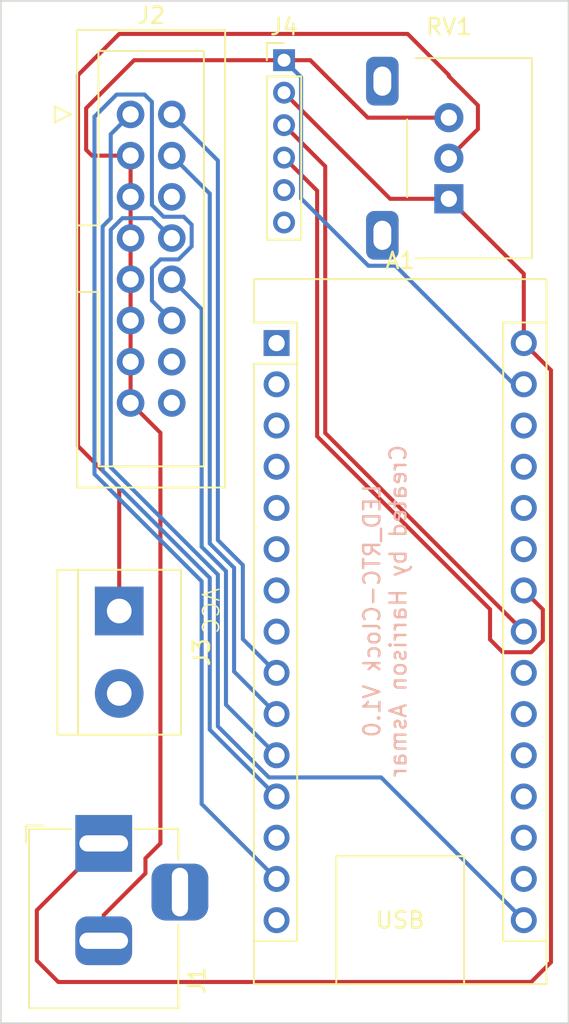
<source format=kicad_pcb>
(kicad_pcb (version 20221018) (generator pcbnew)
  (layers (0 "F.Cu" signal) (31 "B.Cu" signal) (34 "B.Paste" user) (35 "F.Paste" user) (36 "B.SilkS" user "B.Silkscreen") (37 "F.SilkS" user "F.Silkscreen") (38 "B.Mask" user) (39 "F.Mask" user) (44 "Edge.Cuts" user))
  (net 0 "")
  (net 9 "Net-(A1-D6)")
  (net 10 "Net-(A1-D7)")
  (net 11 "Net-(A1-D8)")
  (net 12 "Net-(A1-D9)")
  (net 14 "Net-(A1-D11)")
  (net 16 "Net-(A1-D13)")
  (net 23 "Net-(A1-A4)")
  (net 24 "Net-(A1-A5)")
  (net 32 "Net-(A1-VIN)")
  (net 33 "Net-(J2-A)")
  (net 36 "Net-(J3-Pin_1)")
  (footprint "Connector_PinHeader_2.00mm:PinHeader_1x06_P2.00mm_Vertical" (layer "F.Cu") (at 124.46 67.66)
    (fp_text reference "J4" (at 0 -2.06) (layer "F.SilkS"))
    (fp_text value "RTC")
    (fp_line (start -1.06 -1.06) (end 0 -1.06) (stroke (width 0.12)) (layer "F.SilkS"))
    (fp_line (start -1.06 0) (end -1.06 -1.06) (stroke (width 0.12)) (layer "F.SilkS"))
    (fp_line (start -1.06 1) (end -1.06 11.06) (stroke (width 0.12)) (layer "F.SilkS"))
    (fp_line (start -1.06 1) (end 1.06 1) (stroke (width 0.12)) (layer "F.SilkS"))
    (fp_line (start -1.06 11.06) (end 1.06 11.06) (stroke (width 0.12)) (layer "F.SilkS"))
    (fp_line (start 1.06 1) (end 1.06 11.06) (stroke (width 0.12)) (layer "F.SilkS"))
    (pad "1" thru_hole rect (at 0 0) (size 1.35 1.35) (drill 0.8) (layers "*.Cu" "*.Mask") (net 33 "Net-(J2-A)"))
    (pad "2" thru_hole oval (at 0 2) (size 1.35 1.35) (drill 0.8) (layers "*.Cu" "*.Mask") (net 32 "Net-(A1-VIN)"))
    (pad "3" thru_hole oval (at 0 4) (size 1.35 1.35) (drill 0.8) (layers "*.Cu" "*.Mask") (net 23 "Net-(A1-A4)"))
    (pad "4" thru_hole oval (at 0 6) (size 1.35 1.35) (drill 0.8) (layers "*.Cu" "*.Mask") (net 24 "Net-(A1-A5)"))
    (pad "5" thru_hole oval (at 0 8) (size 1.35 1.35) (drill 0.8) (layers "*.Cu" "*.Mask"))
    (pad "6" thru_hole oval (at 0 10) (size 1.35 1.35) (drill 0.8) (layers "*.Cu" "*.Mask"))
  )
  (footprint "Connector_BarrelJack:BarrelJack_Horizontal" (layer "F.Cu") (at 113.3425 115.92 90)
    (fp_text reference "J1" (at -8.45 5.75 90) (layer "F.SilkS"))
    (fp_text value "Jack_DC_5V")
    (fp_line (start -10.16 -4.6) (end 0.9 -4.6) (stroke (width 0.12)) (layer "F.SilkS"))
    (fp_line (start -10.16 4.6) (end -10.16 -4.6) (stroke (width 0.1)) (layer "F.SilkS"))
    (fp_line (start -5 4.6) (end -10.16 4.6) (stroke (width 0.12)) (layer "F.SilkS"))
    (fp_line (start 0.05 -4.8) (end 1.1 -4.8) (stroke (width 0.12)) (layer "F.SilkS"))
    (fp_line (start 0.9 -4.6) (end 0.9 -2) (stroke (width 0.12)) (layer "F.SilkS"))
    (fp_line (start 0.9 1.9) (end 0.9 4.6) (stroke (width 0.12)) (layer "F.SilkS"))
    (fp_line (start 0.9 4.6) (end -1 4.6) (stroke (width 0.12)) (layer "F.SilkS"))
    (fp_line (start 1.1 -3.75) (end 1.1 -4.8) (stroke (width 0.12)) (layer "F.SilkS"))
    (pad "1" thru_hole rect (at 0 0 90) (size 3.5 3.5) (drill oval 1 3) (layers "*.Cu" "*.Mask") (net 32 "Net-(A1-VIN)"))
    (pad "2" thru_hole roundrect (at -6 0 90) (size 3 3.5) (drill oval 1 3) (layers "*.Cu" "*.Mask") (net 33 "Net-(J2-A)"))
    (pad "3" thru_hole roundrect (at -3 4.7 90) (size 3.5 3.5) (drill oval 3 1) (layers "*.Cu" "*.Mask"))
  )
  (footprint "TerminalBlock:TerminalBlock_bornier-2_P5.08mm" (layer "F.Cu") (at 114.3 101.6 -90)
    (fp_text reference "J3" (at 2.54 -5.08 90) (layer "F.SilkS"))
    (fp_text value "LED_DC")
    (fp_text user "VCC" (at -1.5 -5 -90 unlocked) (layer "F.SilkS") (effects (font (thickness 0.1)) (justify left bottom)))
    (fp_line (start -2.54 -3.81) (end -2.54 3.81) (stroke (width 0.12)) (layer "F.SilkS"))
    (fp_line (start -2.54 3.81) (end 7.62 3.81) (stroke (width 0.12)) (layer "F.SilkS"))
    (fp_line (start 7.62 -3.81) (end -2.54 -3.81) (stroke (width 0.12)) (layer "F.SilkS"))
    (fp_line (start 7.62 2.54) (end -2.54 2.54) (stroke (width 0.12)) (layer "F.SilkS"))
    (fp_line (start 7.62 3.81) (end 7.62 -3.81) (stroke (width 0.12)) (layer "F.SilkS"))
    (pad "1" thru_hole rect (at 0 0 270) (size 3 3) (drill 1.52) (layers "*.Cu" "*.Mask") (net 36 "Net-(J3-Pin_1)"))
    (pad "2" thru_hole circle (at 5.08 0 270) (size 3 3) (drill 1.52) (layers "*.Cu" "*.Mask"))
  )
  (footprint "Potentiometer_THT:Potentiometer_Alps_RK09L_Single_Horizontal" (layer "F.Cu") (at 134.62 76.2 180)
    (fp_text reference "RV1" (at 0 10.6) (layer "F.SilkS"))
    (fp_text value "R_Potentiometer")
    (fp_line (start -5.12 8.67) (end -5.12 -3.67) (stroke (width 0.12)) (layer "F.SilkS"))
    (fp_line (start 2.059 -3.67) (end -5.12 -3.67) (stroke (width 0.12)) (layer "F.SilkS"))
    (fp_line (start 2.059 8.67) (end -5.12 8.67) (stroke (width 0.12)) (layer "F.SilkS"))
    (fp_line (start 2.571 4.894) (end 2.571 0.105) (stroke (width 0.12)) (layer "F.SilkS"))
    (pad "1" thru_hole rect (at 0 0) (size 1.8 1.8) (drill 1) (layers "*.Cu" "*.Mask") (net 32 "Net-(A1-VIN)"))
    (pad "2" thru_hole circle (at 0 2.5) (size 1.8 1.8) (drill 1) (layers "*.Cu" "*.Mask") (net 36 "Net-(J3-Pin_1)"))
    (pad "3" thru_hole circle (at 0 5) (size 1.8 1.8) (drill 1) (layers "*.Cu" "*.Mask") (net 33 "Net-(J2-A)"))
    (pad "MP" thru_hole roundrect (at 4.1 -2.25 90) (size 3 2) (drill oval 1.8 1.1) (layers "*.Cu" "*.Mask"))
    (pad "MP" thru_hole roundrect (at 4.1 7.25 90) (size 3 2) (drill oval 1.8 1.1) (layers "*.Cu" "*.Mask"))
  )
  (footprint "Module:Arduino_Nano" (layer "F.Cu") (at 124 85.09)
    (fp_text reference "A1" (at 7.62 -5.08) (layer "F.SilkS"))
    (fp_text value "Arduino_Nano")
    (fp_text user "USB" (at 7.62 35.56 unlocked) (layer "F.SilkS"))
    (fp_line (start -1.4 -3.94) (end -1.4 -1.27) (stroke (width 0.12)) (layer "F.SilkS"))
    (fp_line (start -1.4 1.27) (end -1.4 39.5) (stroke (width 0.12)) (layer "F.SilkS"))
    (fp_line (start -1.4 39.5) (end 3.68 39.5) (stroke (width 0.12)) (layer "F.SilkS"))
    (fp_line (start 1.27 -1.27) (end -1.4 -1.27) (stroke (width 0.12)) (layer "F.SilkS"))
    (fp_line (start 1.27 1.27) (end -1.4 1.27) (stroke (width 0.12)) (layer "F.SilkS"))
    (fp_line (start 1.27 1.27) (end 1.27 -1.27) (stroke (width 0.12)) (layer "F.SilkS"))
    (fp_line (start 1.27 1.27) (end 1.27 36.83) (stroke (width 0.12)) (layer "F.SilkS"))
    (fp_line (start 1.27 36.83) (end -1.4 36.83) (stroke (width 0.12)) (layer "F.SilkS"))
    (fp_line (start 3.68 31.62) (end 11.56 31.62) (stroke (width 0.12)) (layer "F.SilkS"))
    (fp_line (start 3.68 39.5) (end 3.68 31.62) (stroke (width 0.12)) (layer "F.SilkS"))
    (fp_line (start 11.56 31.62) (end 11.56 39.5) (stroke (width 0.12)) (layer "F.SilkS"))
    (fp_line (start 11.56 39.5) (end 3.68 39.5) (stroke (width 0.12)) (layer "F.SilkS"))
    (fp_line (start 13.97 -1.27) (end 13.97 36.83) (stroke (width 0.12)) (layer "F.SilkS"))
    (fp_line (start 13.97 -1.27) (end 16.64 -1.27) (stroke (width 0.12)) (layer "F.SilkS"))
    (fp_line (start 13.97 36.83) (end 16.64 36.83) (stroke (width 0.12)) (layer "F.SilkS"))
    (fp_line (start 16.64 -3.94) (end -1.4 -3.94) (stroke (width 0.12)) (layer "F.SilkS"))
    (fp_line (start 16.64 39.5) (end 11.56 39.5) (stroke (width 0.12)) (layer "F.SilkS"))
    (fp_line (start 16.64 39.5) (end 16.64 -3.94) (stroke (width 0.12)) (layer "F.SilkS"))
    (pad "1" thru_hole rect (at 0 0) (size 1.6 1.6) (drill 1) (layers "*.Cu" "*.Mask"))
    (pad "2" thru_hole oval (at 0 2.54) (size 1.6 1.6) (drill 1) (layers "*.Cu" "*.Mask"))
    (pad "3" thru_hole oval (at 0 5.08) (size 1.6 1.6) (drill 1) (layers "*.Cu" "*.Mask"))
    (pad "4" thru_hole oval (at 0 7.62) (size 1.6 1.6) (drill 1) (layers "*.Cu" "*.Mask"))
    (pad "5" thru_hole oval (at 0 10.16) (size 1.6 1.6) (drill 1) (layers "*.Cu" "*.Mask"))
    (pad "6" thru_hole oval (at 0 12.7) (size 1.6 1.6) (drill 1) (layers "*.Cu" "*.Mask"))
    (pad "7" thru_hole oval (at 0 15.24) (size 1.6 1.6) (drill 1) (layers "*.Cu" "*.Mask"))
    (pad "8" thru_hole oval (at 0 17.78) (size 1.6 1.6) (drill 1) (layers "*.Cu" "*.Mask"))
    (pad "9" thru_hole oval (at 0 20.32) (size 1.6 1.6) (drill 1) (layers "*.Cu" "*.Mask") (net 9 "Net-(A1-D6)"))
    (pad "10" thru_hole oval (at 0 22.86) (size 1.6 1.6) (drill 1) (layers "*.Cu" "*.Mask") (net 10 "Net-(A1-D7)"))
    (pad "11" thru_hole oval (at 0 25.4) (size 1.6 1.6) (drill 1) (layers "*.Cu" "*.Mask") (net 11 "Net-(A1-D8)"))
    (pad "12" thru_hole oval (at 0 27.94) (size 1.6 1.6) (drill 1) (layers "*.Cu" "*.Mask") (net 12 "Net-(A1-D9)"))
    (pad "13" thru_hole oval (at 0 30.48) (size 1.6 1.6) (drill 1) (layers "*.Cu" "*.Mask"))
    (pad "14" thru_hole oval (at 0 33.02) (size 1.6 1.6) (drill 1) (layers "*.Cu" "*.Mask") (net 14 "Net-(A1-D11)"))
    (pad "15" thru_hole oval (at 0 35.56) (size 1.6 1.6) (drill 1) (layers "*.Cu" "*.Mask"))
    (pad "16" thru_hole oval (at 15.24 35.56) (size 1.6 1.6) (drill 1) (layers "*.Cu" "*.Mask") (net 16 "Net-(A1-D13)"))
    (pad "17" thru_hole oval (at 15.24 33.02) (size 1.6 1.6) (drill 1) (layers "*.Cu" "*.Mask"))
    (pad "18" thru_hole oval (at 15.24 30.48) (size 1.6 1.6) (drill 1) (layers "*.Cu" "*.Mask"))
    (pad "19" thru_hole oval (at 15.24 27.94) (size 1.6 1.6) (drill 1) (layers "*.Cu" "*.Mask"))
    (pad "20" thru_hole oval (at 15.24 25.4) (size 1.6 1.6) (drill 1) (layers "*.Cu" "*.Mask"))
    (pad "21" thru_hole oval (at 15.24 22.86) (size 1.6 1.6) (drill 1) (layers "*.Cu" "*.Mask"))
    (pad "22" thru_hole oval (at 15.24 20.32) (size 1.6 1.6) (drill 1) (layers "*.Cu" "*.Mask"))
    (pad "23" thru_hole oval (at 15.24 17.78) (size 1.6 1.6) (drill 1) (layers "*.Cu" "*.Mask") (net 23 "Net-(A1-A4)"))
    (pad "24" thru_hole oval (at 15.24 15.24) (size 1.6 1.6) (drill 1) (layers "*.Cu" "*.Mask") (net 24 "Net-(A1-A5)"))
    (pad "25" thru_hole oval (at 15.24 12.7) (size 1.6 1.6) (drill 1) (layers "*.Cu" "*.Mask"))
    (pad "26" thru_hole oval (at 15.24 10.16) (size 1.6 1.6) (drill 1) (layers "*.Cu" "*.Mask"))
    (pad "27" thru_hole oval (at 15.24 7.62) (size 1.6 1.6) (drill 1) (layers "*.Cu" "*.Mask"))
    (pad "28" thru_hole oval (at 15.24 5.08) (size 1.6 1.6) (drill 1) (layers "*.Cu" "*.Mask"))
    (pad "29" thru_hole oval (at 15.24 2.54) (size 1.6 1.6) (drill 1) (layers "*.Cu" "*.Mask") (net 33 "Net-(J2-A)"))
    (pad "30" thru_hole oval (at 15.24 0) (size 1.6 1.6) (drill 1) (layers "*.Cu" "*.Mask") (net 32 "Net-(A1-VIN)"))
  )
  (footprint "Connector_IDC:IDC-Header_2x08_P2.54mm_Vertical" (layer "F.Cu") (at 115 71)
    (fp_text reference "J2" (at 1.27 -6.1) (layer "F.SilkS"))
    (fp_text value "LED_Matrix")
    (fp_line (start -4.68 -0.5) (end -4.68 0.5) (stroke (width 0.12)) (layer "F.SilkS"))
    (fp_line (start -4.68 0.5) (end -3.68 0) (stroke (width 0.12)) (layer "F.SilkS"))
    (fp_line (start -3.68 0) (end -4.68 -0.5) (stroke (width 0.12)) (layer "F.SilkS"))
    (fp_line (start -3.29 -5.21) (end 5.83 -5.21) (stroke (width 0.12)) (layer "F.SilkS"))
    (fp_line (start -3.29 6.84) (end -1.98 6.84) (stroke (width 0.12)) (layer "F.SilkS"))
    (fp_line (start -3.29 22.99) (end -3.29 -5.21) (stroke (width 0.12)) (layer "F.SilkS"))
    (fp_line (start -1.98 -3.91) (end 4.52 -3.91) (stroke (width 0.12)) (layer "F.SilkS"))
    (fp_line (start -1.98 6.84) (end -1.98 -3.91) (stroke (width 0.12)) (layer "F.SilkS"))
    (fp_line (start -1.98 10.94) (end -3.29 10.94) (stroke (width 0.12)) (layer "F.SilkS"))
    (fp_line (start -1.98 10.94) (end -1.98 10.94) (stroke (width 0.12)) (layer "F.SilkS"))
    (fp_line (start -1.98 21.69) (end -1.98 10.94) (stroke (width 0.12)) (layer "F.SilkS"))
    (fp_line (start 4.52 -3.91) (end 4.52 21.69) (stroke (width 0.12)) (layer "F.SilkS"))
    (fp_line (start 4.52 21.69) (end -1.98 21.69) (stroke (width 0.12)) (layer "F.SilkS"))
    (fp_line (start 5.83 -5.21) (end 5.83 22.99) (stroke (width 0.12)) (layer "F.SilkS"))
    (fp_line (start 5.83 22.99) (end -3.29 22.99) (stroke (width 0.12)) (layer "F.SilkS"))
    (pad "1" thru_hole circle (at 0 0) (size 1.7 1.7) (drill 1) (layers "*.Cu" "*.Mask") (net 12 "Net-(A1-D9)"))
    (pad "2" thru_hole circle (at 2.54 0) (size 1.7 1.7) (drill 1) (layers "*.Cu" "*.Mask") (net 9 "Net-(A1-D6)"))
    (pad "3" thru_hole circle (at 0 2.54) (size 1.7 1.7) (drill 1) (layers "*.Cu" "*.Mask") (net 33 "Net-(J2-A)"))
    (pad "4" thru_hole circle (at 2.54 2.54) (size 1.7 1.7) (drill 1) (layers "*.Cu" "*.Mask") (net 10 "Net-(A1-D7)"))
    (pad "5" thru_hole circle (at 0 5.08) (size 1.7 1.7) (drill 1) (layers "*.Cu" "*.Mask") (net 33 "Net-(J2-A)"))
    (pad "6" thru_hole circle (at 2.54 5.08) (size 1.7 1.7) (drill 1) (layers "*.Cu" "*.Mask"))
    (pad "7" thru_hole circle (at 0 7.62) (size 1.7 1.7) (drill 1) (layers "*.Cu" "*.Mask") (net 33 "Net-(J2-A)"))
    (pad "8" thru_hole circle (at 2.54 7.62) (size 1.7 1.7) (drill 1) (layers "*.Cu" "*.Mask") (net 16 "Net-(A1-D13)"))
    (pad "9" thru_hole circle (at 0 10.16) (size 1.7 1.7) (drill 1) (layers "*.Cu" "*.Mask") (net 33 "Net-(J2-A)"))
    (pad "10" thru_hole circle (at 2.54 10.16) (size 1.7 1.7) (drill 1) (layers "*.Cu" "*.Mask") (net 11 "Net-(A1-D8)"))
    (pad "11" thru_hole circle (at 0 12.7) (size 1.7 1.7) (drill 1) (layers "*.Cu" "*.Mask") (net 33 "Net-(J2-A)"))
    (pad "12" thru_hole circle (at 2.54 12.7) (size 1.7 1.7) (drill 1) (layers "*.Cu" "*.Mask") (net 14 "Net-(A1-D11)"))
    (pad "13" thru_hole circle (at 0 15.24) (size 1.7 1.7) (drill 1) (layers "*.Cu" "*.Mask") (net 33 "Net-(J2-A)"))
    (pad "14" thru_hole circle (at 2.54 15.24) (size 1.7 1.7) (drill 1) (layers "*.Cu" "*.Mask"))
    (pad "15" thru_hole circle (at 0 17.78) (size 1.7 1.7) (drill 1) (layers "*.Cu" "*.Mask") (net 33 "Net-(J2-A)"))
    (pad "16" thru_hole circle (at 2.54 17.78) (size 1.7 1.7) (drill 1) (layers "*.Cu" "*.Mask"))
  )
  (gr_rect (start 107 64) (end 142 127) (stroke (width 0.1)) (fill none) (layer "Edge.Cuts"))
  (gr_text "LED_RTC-Clock V1.0\nCreated by Harrison Asmar" (at 132.08 101.6 90) (layer "B.SilkS") (effects (font (size 1 1)) (justify bottom mirror)))
  (segment (start 121.92 103.33) (end 124 105.41) (width 0.25) (layer "B.Cu") (net 9))
  (segment (start 120.38 97.231576) (end 121.92 98.771576) (width 0.25) (layer "B.Cu") (net 9))
  (segment (start 120.38 73.84) (end 120.38 97.231576) (width 0.25) (layer "B.Cu") (net 9))
  (segment (start 121.92 98.771576) (end 121.92 103.33) (width 0.25) (layer "B.Cu") (net 9))
  (segment (start 117.54 71) (end 120.38 73.84) (width 0.25) (layer "B.Cu") (net 9))
  (segment (start 117.54 73.54) (end 119.88 75.88) (width 0.25) (layer "B.Cu") (net 10))
  (segment (start 121.38 105.33) (end 124 107.95) (width 0.25) (layer "B.Cu") (net 10))
  (segment (start 119.88 97.438682) (end 121.38 98.938682) (width 0.25) (layer "B.Cu") (net 10))
  (segment (start 119.88 75.88) (end 119.88 97.438682) (width 0.25) (layer "B.Cu") (net 10))
  (segment (start 121.38 98.938682) (end 121.38 105.33) (width 0.25) (layer "B.Cu") (net 10))
  (segment (start 117.54 81.16) (end 119.38 83) (width 0.25) (layer "B.Cu") (net 11))
  (segment (start 120.88 107.37) (end 124 110.49) (width 0.25) (layer "B.Cu") (net 11))
  (segment (start 119.38 83) (end 119.38 97.645788) (width 0.25) (layer "B.Cu") (net 11))
  (segment (start 119.38 97.645788) (end 120.88 99.145788) (width 0.25) (layer "B.Cu") (net 11))
  (segment (start 120.88 99.145788) (end 120.88 107.37) (width 0.25) (layer "B.Cu") (net 11))
  (segment (start 113.275 77.905482) (end 113.275 92.955001) (width 0.25) (layer "B.Cu") (net 12))
  (segment (start 113.275 92.955001) (end 119.88 99.560001) (width 0.25) (layer "B.Cu") (net 12))
  (segment (start 119.88 99.560001) (end 119.88 108.91) (width 0.25) (layer "B.Cu") (net 12))
  (segment (start 113.775 77.405482) (end 113.275 77.905482) (width 0.25) (layer "B.Cu") (net 12))
  (segment (start 113.775 72.225) (end 113.775 77.405482) (width 0.25) (layer "B.Cu") (net 12))
  (segment (start 115 71) (end 113.775 72.225) (width 0.25) (layer "B.Cu") (net 12))
  (segment (start 119.88 108.91) (end 124 113.03) (width 0.25) (layer "B.Cu") (net 12))
  (segment (start 112.775 93.162107) (end 119.38 99.767107) (width 0.25) (layer "B.Cu") (net 14))
  (segment (start 116.84 79.935) (end 117.957412 79.935) (width 0.25) (layer "B.Cu") (net 14))
  (segment (start 115.858883 69.775) (end 114.141117 69.775) (width 0.25) (layer "B.Cu") (net 14))
  (segment (start 114.141117 69.775) (end 112.775 71.141117) (width 0.25) (layer "B.Cu") (net 14))
  (segment (start 118.765 77.795) (end 118.275 77.305) (width 0.25) (layer "B.Cu") (net 14))
  (segment (start 117.54 83.7) (end 116.315 82.475) (width 0.25) (layer "B.Cu") (net 14))
  (segment (start 116.315 76.587412) (end 116.315 70.231117) (width 0.25) (layer "B.Cu") (net 14))
  (segment (start 119.38 99.767107) (end 119.38 113.49) (width 0.25) (layer "B.Cu") (net 14))
  (segment (start 119.38 113.49) (end 124 118.11) (width 0.25) (layer "B.Cu") (net 14))
  (segment (start 112.775 71.141117) (end 112.775 93.162107) (width 0.25) (layer "B.Cu") (net 14))
  (segment (start 116.315 82.475) (end 116.315 80.46) (width 0.25) (layer "B.Cu") (net 14))
  (segment (start 117.957412 79.935) (end 118.765 79.127412) (width 0.25) (layer "B.Cu") (net 14))
  (segment (start 118.765 79.127412) (end 118.765 77.795) (width 0.25) (layer "B.Cu") (net 14))
  (segment (start 117.032588 77.305) (end 116.315 76.587412) (width 0.25) (layer "B.Cu") (net 14))
  (segment (start 116.315 80.46) (end 116.84 79.935) (width 0.25) (layer "B.Cu") (net 14))
  (segment (start 116.315 70.231117) (end 115.858883 69.775) (width 0.25) (layer "B.Cu") (net 14))
  (segment (start 118.275 77.305) (end 117.032588 77.305) (width 0.25) (layer "B.Cu") (net 14))
  (segment (start 113.775 92.747894) (end 113.775 78.112588) (width 0.25) (layer "B.Cu") (net 16))
  (segment (start 120.38 108.702894) (end 120.38 99.352894) (width 0.25) (layer "B.Cu") (net 16))
  (segment (start 114.492588 77.395) (end 116.315 77.395) (width 0.25) (layer "B.Cu") (net 16))
  (segment (start 139.24 120.65) (end 130.445 111.855) (width 0.25) (layer "B.Cu") (net 16))
  (segment (start 123.532106 111.855) (end 120.38 108.702894) (width 0.25) (layer "B.Cu") (net 16))
  (segment (start 130.445 111.855) (end 123.532106 111.855) (width 0.25) (layer "B.Cu") (net 16))
  (segment (start 113.775 78.112588) (end 114.492588 77.395) (width 0.25) (layer "B.Cu") (net 16))
  (segment (start 116.315 77.395) (end 117.54 78.62) (width 0.25) (layer "B.Cu") (net 16))
  (segment (start 120.38 99.352894) (end 113.775 92.747894) (width 0.25) (layer "B.Cu") (net 16))
  (segment (start 127 74.2) (end 124.46 71.66) (width 0.25) (layer "F.Cu") (net 23))
  (segment (start 127 90.63) (end 127 74.2) (width 0.25) (layer "F.Cu") (net 23))
  (segment (start 139.24 102.87) (end 127 90.63) (width 0.25) (layer "F.Cu") (net 23))
  (segment (start 137.943299 104.14) (end 137.16 103.356701) (width 0.25) (layer "F.Cu") (net 24))
  (segment (start 126.5 75.7) (end 124.46 73.66) (width 0.25) (layer "F.Cu") (net 24))
  (segment (start 140.415 103.425) (end 139.7 104.14) (width 0.25) (layer "F.Cu") (net 24))
  (segment (start 137.16 101.497106) (end 126.5 90.837106) (width 0.25) (layer "F.Cu") (net 24))
  (segment (start 137.16 103.356701) (end 137.16 101.497106) (width 0.25) (layer "F.Cu") (net 24))
  (segment (start 126.5 90.837106) (end 126.5 75.7) (width 0.25) (layer "F.Cu") (net 24))
  (segment (start 140.415 101.505) (end 140.415 103.425) (width 0.25) (layer "F.Cu") (net 24))
  (segment (start 139.24 100.33) (end 140.415 101.505) (width 0.25) (layer "F.Cu") (net 24))
  (segment (start 139.7 104.14) (end 137.943299 104.14) (width 0.25) (layer "F.Cu") (net 24))
  (segment (start 110.54401 124.46) (end 109.22 123.13599) (width 0.25) (layer "F.Cu") (net 32))
  (segment (start 139.24 85.09) (end 140.915 86.765) (width 0.25) (layer "F.Cu") (net 32))
  (segment (start 134.62 76.2) (end 131 76.2) (width 0.25) (layer "F.Cu") (net 32))
  (segment (start 140.915 123.245) (end 139.7 124.46) (width 0.25) (layer "F.Cu") (net 32))
  (segment (start 139.7 124.46) (end 110.54401 124.46) (width 0.25) (layer "F.Cu") (net 32))
  (segment (start 109.22 120.0425) (end 113.3425 115.92) (width 0.25) (layer "F.Cu") (net 32))
  (segment (start 139.24 85.09) (end 139.24 80.82) (width 0.25) (layer "F.Cu") (net 32))
  (segment (start 139.24 80.82) (end 134.62 76.2) (width 0.25) (layer "F.Cu") (net 32))
  (segment (start 131 76.2) (end 124.46 69.66) (width 0.25) (layer "F.Cu") (net 32))
  (segment (start 109.22 123.13599) (end 109.22 120.0425) (width 0.25) (layer "F.Cu") (net 32))
  (segment (start 140.915 86.765) (end 140.915 123.245) (width 0.25) (layer "F.Cu") (net 32))
  (segment (start 115 78.62) (end 115 76.08) (width 0.25) (layer "F.Cu") (net 33))
  (segment (start 116.84 115.9175) (end 116.84 90.62) (width 0.25) (layer "F.Cu") (net 33))
  (segment (start 126.08 67.66) (end 124.46 67.66) (width 0.25) (layer "F.Cu") (net 33))
  (segment (start 115 83.7) (end 115 81.16) (width 0.25) (layer "F.Cu") (net 33))
  (segment (start 115.9175 116.84) (end 116.84 115.9175) (width 0.25) (layer "F.Cu") (net 33))
  (segment (start 112.26 73.178883) (end 112.621117 73.54) (width 0.25) (layer "F.Cu") (net 33))
  (segment (start 115.22 67.66) (end 112.26 70.62) (width 0.25) (layer "F.Cu") (net 33))
  (segment (start 127 68.58) (end 126.08 67.66) (width 0.25) (layer "F.Cu") (net 33))
  (segment (start 115 86.24) (end 115 83.7) (width 0.25) (layer "F.Cu") (net 33))
  (segment (start 127 68.58) (end 129.62 71.2) (width 0.25) (layer "F.Cu") (net 33))
  (segment (start 115.9175 117.7625) (end 115.9175 116.84) (width 0.25) (layer "F.Cu") (net 33))
  (segment (start 115 88.78) (end 115 86.24) (width 0.25) (layer "F.Cu") (net 33))
  (segment (start 115 81.16) (end 115 78.62) (width 0.25) (layer "F.Cu") (net 33))
  (segment (start 116.84 90.62) (end 115 88.78) (width 0.25) (layer "F.Cu") (net 33))
  (segment (start 124.46 67.66) (end 115.22 67.66) (width 0.25) (layer "F.Cu") (net 33))
  (segment (start 113.3425 121.92) (end 113.3425 120.3375) (width 0.25) (layer "F.Cu") (net 33))
  (segment (start 129.62 71.2) (end 134.62 71.2) (width 0.25) (layer "F.Cu") (net 33))
  (segment (start 113.3425 120.3375) (end 115.9175 117.7625) (width 0.25) (layer "F.Cu") (net 33))
  (segment (start 112.621117 73.54) (end 115 73.54) (width 0.25) (layer "F.Cu") (net 33))
  (segment (start 112.26 70.62) (end 112.26 73.178883) (width 0.25) (layer "F.Cu") (net 33))
  (segment (start 115 73.54) (end 115 76.08) (width 0.25) (layer "F.Cu") (net 33))
  (segment (start 125.51 76.177437) (end 125.51 68.71) (width 0.25) (layer "B.Cu") (net 33))
  (segment (start 125.51 68.71) (end 124.46 67.66) (width 0.25) (layer "B.Cu") (net 33))
  (segment (start 139.24 87.63) (end 138.6325 87.63) (width 0.25) (layer "B.Cu") (net 33))
  (segment (start 138.6325 87.63) (end 131.3275 80.325) (width 0.25) (layer "B.Cu") (net 33))
  (segment (start 129.657563 80.325) (end 125.51 76.177437) (width 0.25) (layer "B.Cu") (net 33))
  (segment (start 131.3275 80.325) (end 129.657563 80.325) (width 0.25) (layer "B.Cu") (net 33))
  (segment (start 114.3 101.6) (end 114.3 93.98) (width 0.25) (layer "F.Cu") (net 36))
  (segment (start 136.412894 70.442665) (end 136.412894 71.907106) (width 0.25) (layer "F.Cu") (net 36))
  (segment (start 111.76 91.44) (end 111.76 68.58) (width 0.25) (layer "F.Cu") (net 36))
  (segment (start 114.3 93.98) (end 111.76 91.44) (width 0.25) (layer "F.Cu") (net 36))
  (segment (start 114.3 66.04) (end 132.08 66.04) (width 0.25) (layer "F.Cu") (net 36))
  (segment (start 134.62 68.649771) (end 136.412894 70.442665) (width 0.25) (layer "F.Cu") (net 36))
  (segment (start 132.08 66.04) (end 134.62 68.58) (width 0.25) (layer "F.Cu") (net 36))
  (segment (start 111.76 68.58) (end 114.3 66.04) (width 0.25) (layer "F.Cu") (net 36))
  (segment (start 136.412894 71.907106) (end 134.62 73.7) (width 0.25) (layer "F.Cu") (net 36))
  (segment (start 134.62 68.58) (end 134.62 68.649771) (width 0.25) (layer "F.Cu") (net 36))
)
</source>
